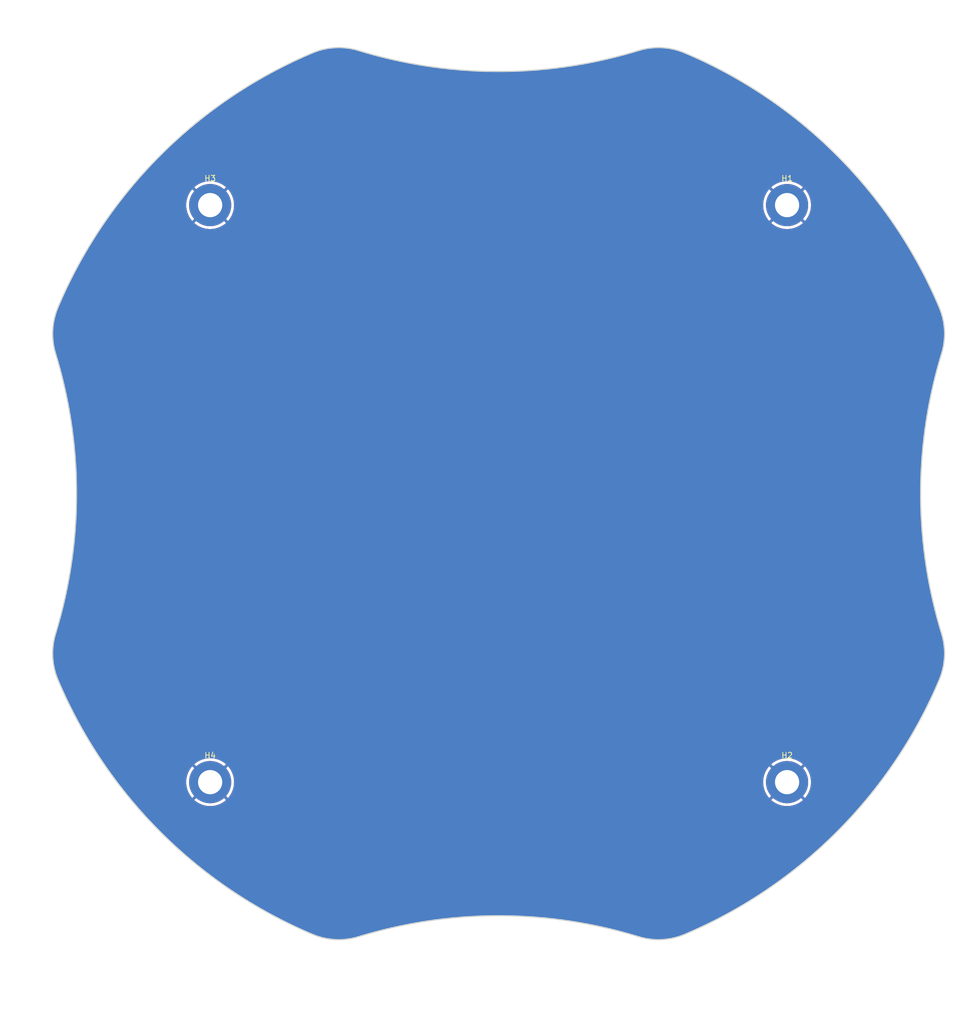
<source format=kicad_pcb>
(kicad_pcb (version 20221018) (generator pcbnew)
  (layers (0 "F.Cu" signal) (1 "In1.Cu" signal) (2 "In2.Cu" signal) (31 "B.Cu" signal) (34 "B.Paste" user) (35 "F.Paste" user) (36 "B.SilkS" user "B.Silkscreen") (37 "F.SilkS" user "F.Silkscreen") (38 "B.Mask" user) (39 "F.Mask" user) (44 "Edge.Cuts" user))
  (net 0 "")
  (net 1 "GNDREF")
  (footprint "MountingHole:MountingHole_4.3mm_M4_DIN965_Pad" (layer "F.Cu") (at 165.26 152.26)
    (fp_text reference "H2" (at 0 -4.75) (layer "F.SilkS"))
    (fp_text value "MountingHole_Pad")
    (pad "1" thru_hole circle (at 0 0) (size 7.5 7.5) (drill 4.3) (layers "*.Cu" "*.Mask") (net 1 "GNDREF"))
  )
  (footprint "MountingHole:MountingHole_4.3mm_M4_DIN965_Pad" (layer "F.Cu") (at 62.74 49.74)
    (fp_text reference "H3" (at 0 -4.75) (layer "F.SilkS"))
    (fp_text value "MountingHole_Pad")
    (pad "1" thru_hole circle (at 0 0) (size 7.5 7.5) (drill 4.3) (layers "*.Cu" "*.Mask") (net 1 "GNDREF"))
  )
  (footprint "MountingHole:MountingHole_4.3mm_M4_DIN965_Pad" (layer "F.Cu") (at 165.26 49.74)
    (fp_text reference "H1" (at 0 -4.75) (layer "F.SilkS"))
    (fp_text value "MountingHole_Pad")
    (pad "1" thru_hole circle (at 0 0) (size 7.5 7.5) (drill 4.3) (layers "*.Cu" "*.Mask") (net 1 "GNDREF"))
  )
  (footprint "MountingHole:MountingHole_4.3mm_M4_DIN965_Pad" (layer "F.Cu") (at 62.74 152.26)
    (fp_text reference "H4" (at 0 -4.75) (layer "F.SilkS"))
    (fp_text value "MountingHole_Pad")
    (pad "1" thru_hole circle (at 0 0) (size 7.5 7.5) (drill 4.3) (layers "*.Cu" "*.Mask") (net 1 "GNDREF"))
  )
  (gr_arc (start 147.065969 22.6952) (mid 152.335117 25.135524) (end 157.425356 27.929907) (stroke (width 0.2)) (layer "Edge.Cuts"))
  (gr_curve (pts (xy 89.1153 179.7242) (xy 87.7841 180.1324) (xy 86.3798 180.3062) (xy 84.9878 180.2343)) (stroke (width 0.2)) (layer "Edge.Cuts"))
  (gr_curve (pts (xy 138.8847 22.2758) (xy 140.2159 21.8676) (xy 141.6202 21.6938) (xy 143.0122 21.7657)) (stroke (width 0.2)) (layer "Edge.Cuts"))
  (gr_curve (pts (xy 192.7242 125.8847) (xy 193.1324 127.2159) (xy 193.3062 128.6202) (xy 193.2343 130.0122)) (stroke (width 0.2)) (layer "Edge.Cuts"))
  (gr_arc (start 138.884649 22.275791) (mid 114.000223 26) (end 89.115777 22.275922) (stroke (width 0.2)) (layer "Edge.Cuts"))
  (gr_arc (start 70.574516 174.070017) (mid 49.932485 156.860125) (end 35.6952 134.065969) (stroke (width 0.2)) (layer "Edge.Cuts"))
  (gr_curve (pts (xy 35.6952 134.066) (xy 35.153 132.7835) (xy 34.8366 131.4044) (xy 34.7657 130.0122)) (stroke (width 0.2)) (layer "Edge.Cuts"))
  (gr_curve (pts (xy 35.2758 76.1153) (xy 34.8676 74.7841) (xy 34.6938 73.3798) (xy 34.7657 71.9878)) (stroke (width 0.2)) (layer "Edge.Cuts"))
  (gr_curve (pts (xy 147.066 179.3048) (xy 145.7835 179.847) (xy 144.4044 180.1634) (xy 143.0122 180.2343)) (stroke (width 0.2)) (layer "Edge.Cuts"))
  (gr_curve (pts (xy 193.2343 130.0122) (xy 193.1634 131.4044) (xy 192.847 132.7835) (xy 192.3048 134.066)) (stroke (width 0.2)) (layer "Edge.Cuts"))
  (gr_arc (start 35.6952 67.934031) (mid 38.135557 62.664816) (end 40.929983 57.574516) (stroke (width 0.2)) (layer "Edge.Cuts"))
  (gr_curve (pts (xy 193.2343 71.9878) (xy 193.3062 73.3798) (xy 193.1324 74.7841) (xy 192.7242 76.1153)) (stroke (width 0.2)) (layer "Edge.Cuts"))
  (gr_arc (start 192.724078 125.884223) (mid 189 101) (end 192.724078 76.115777) (stroke (width 0.2)) (layer "Edge.Cuts"))
  (gr_curve (pts (xy 89.1153 22.2758) (xy 87.7841 21.8676) (xy 86.3798 21.6938) (xy 84.9878 21.7657)) (stroke (width 0.2)) (layer "Edge.Cuts"))
  (gr_arc (start 40.929983 57.574516) (mid 58.139875 36.932485) (end 80.934031 22.6952) (stroke (width 0.2)) (layer "Edge.Cuts"))
  (gr_curve (pts (xy 34.7657 71.9878) (xy 34.8366 70.5956) (xy 35.153 69.2165) (xy 35.6952 67.934)) (stroke (width 0.2)) (layer "Edge.Cuts"))
  (gr_arc (start 192.3048 134.065969) (mid 189.864476 139.335117) (end 187.070093 144.425356) (stroke (width 0.2)) (layer "Edge.Cuts"))
  (gr_curve (pts (xy 34.7657 130.0122) (xy 34.6938 128.6202) (xy 34.8676 127.2159) (xy 35.2758 125.8847)) (stroke (width 0.2)) (layer "Edge.Cuts"))
  (gr_curve (pts (xy 143.0122 180.2343) (xy 141.6202 180.3062) (xy 140.2159 180.1324) (xy 138.8847 179.7242)) (stroke (width 0.2)) (layer "Edge.Cuts"))
  (gr_arc (start 187.070093 144.425356) (mid 169.860181 165.067466) (end 147.065969 179.3048) (stroke (width 0.2)) (layer "Edge.Cuts"))
  (gr_curve (pts (xy 84.9878 21.7657) (xy 83.5956 21.8366) (xy 82.2165 22.153) (xy 80.934 22.6952)) (stroke (width 0.2)) (layer "Edge.Cuts"))
  (gr_arc (start 35.275791 76.115351) (mid 39 101) (end 35.275791 125.884649) (stroke (width 0.2)) (layer "Edge.Cuts"))
  (gr_arc (start 89.115777 179.724078) (mid 114.000223 176) (end 138.884649 179.724209) (stroke (width 0.2)) (layer "Edge.Cuts"))
  (gr_arc (start 157.425356 27.929907) (mid 178.067466 45.139819) (end 192.3048 67.934031) (stroke (width 0.2)) (layer "Edge.Cuts"))
  (gr_curve (pts (xy 192.3048 67.934) (xy 192.847 69.2165) (xy 193.1634 70.5956) (xy 193.2343 71.9878)) (stroke (width 0.2)) (layer "Edge.Cuts"))
  (gr_curve (pts (xy 84.9878 180.2343) (xy 83.5956 180.1634) (xy 82.2165 179.847) (xy 80.934 179.3048)) (stroke (width 0.2)) (layer "Edge.Cuts"))
  (gr_arc (start 80.934031 179.3048) (mid 75.664816 176.864443) (end 70.574516 174.070017) (stroke (width 0.2)) (layer "Edge.Cuts"))
  (gr_curve (pts (xy 143.0122 21.7657) (xy 144.4044 21.8366) (xy 145.7835 22.153) (xy 147.066 22.6952)) (stroke (width 0.2)) (layer "Edge.Cuts"))
  (zone (net 1) (net_name "GNDREF") (layers "F&B.Cu") (connect_pads (clearance 0.5)) (min_thickness 0.25) (fill yes (thermal_gap 0.5) (thermal_bridge_width 0.5))
    (polygon (pts (xy 30.8 13.8) (xy 197.7 13.3) (xy 198.3 195.2) (xy 25.4 192) (xy 28.1 13.7) (xy 31.7 13.8)))
  )
)
</source>
